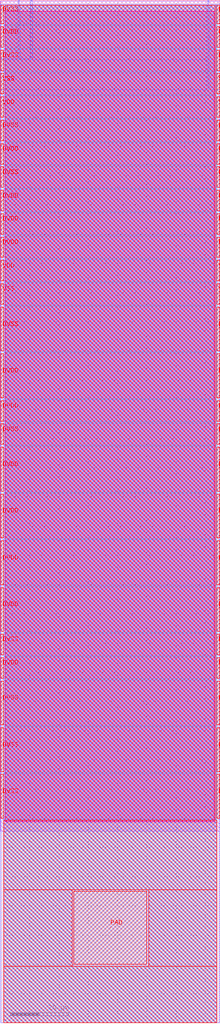
<source format=lef>
VERSION 5.7 ;
  NOWIREEXTENSIONATPIN ON ;
  DIVIDERCHAR "/" ;
  BUSBITCHARS "[]" ;
MACRO gf180mcu_fd_io__in_c
  CLASS PAD INPUT ;
  FOREIGN gf180mcu_fd_io__in_c ;
  ORIGIN 0.000 0.000 ;
  SIZE 75.000 BY 350.000 ;
  SYMMETRY X Y R90 ;
  SITE GF_IO_Site ;
  PIN DVDD
    DIRECTION INOUT ;
    USE POWER ;
    PORT
      LAYER Metal5 ;
        RECT 74.000 118.000 75.000 125.000 ;
    END
    PORT
      LAYER Metal5 ;
        RECT 74.000 182.000 75.000 197.000 ;
    END
    PORT
      LAYER Metal5 ;
        RECT 74.000 166.000 75.000 181.000 ;
    END
    PORT
      LAYER Metal5 ;
        RECT 74.000 150.000 75.000 165.000 ;
    END
    PORT
      LAYER Metal5 ;
        RECT 74.000 134.000 75.000 149.000 ;
    END
    PORT
      LAYER Metal5 ;
        RECT 74.000 214.000 75.000 229.000 ;
    END
    PORT
      LAYER Metal5 ;
        RECT 74.000 206.000 75.000 213.000 ;
    END
    PORT
      LAYER Metal5 ;
        RECT 74.000 278.000 75.000 285.000 ;
    END
    PORT
      LAYER Metal5 ;
        RECT 74.000 270.000 75.000 277.000 ;
    END
    PORT
      LAYER Metal5 ;
        RECT 74.000 262.000 75.000 269.000 ;
    END
    PORT
      LAYER Metal5 ;
        RECT 74.000 294.000 75.000 301.000 ;
    END
    PORT
      LAYER Metal5 ;
        RECT 74.000 334.000 75.000 341.000 ;
    END
    PORT
      LAYER Metal4 ;
        RECT 74.000 118.000 75.000 125.000 ;
    END
    PORT
      LAYER Metal4 ;
        RECT 74.000 182.000 75.000 197.000 ;
    END
    PORT
      LAYER Metal4 ;
        RECT 74.000 166.000 75.000 181.000 ;
    END
    PORT
      LAYER Metal4 ;
        RECT 74.000 150.000 75.000 165.000 ;
    END
    PORT
      LAYER Metal4 ;
        RECT 74.000 134.000 75.000 149.000 ;
    END
    PORT
      LAYER Metal4 ;
        RECT 74.000 214.000 75.000 229.000 ;
    END
    PORT
      LAYER Metal4 ;
        RECT 74.000 206.000 75.000 213.000 ;
    END
    PORT
      LAYER Metal4 ;
        RECT 74.000 278.000 75.000 285.000 ;
    END
    PORT
      LAYER Metal4 ;
        RECT 74.000 270.000 75.000 277.000 ;
    END
    PORT
      LAYER Metal4 ;
        RECT 74.000 262.000 75.000 269.000 ;
    END
    PORT
      LAYER Metal4 ;
        RECT 74.000 294.000 75.000 301.000 ;
    END
    PORT
      LAYER Metal4 ;
        RECT 74.000 334.000 75.000 341.000 ;
    END
    PORT
      LAYER Metal3 ;
        RECT 74.000 118.000 75.000 125.000 ;
    END
    PORT
      LAYER Metal3 ;
        RECT 74.000 182.000 75.000 197.000 ;
    END
    PORT
      LAYER Metal3 ;
        RECT 74.000 166.000 75.000 181.000 ;
    END
    PORT
      LAYER Metal3 ;
        RECT 74.000 150.000 75.000 165.000 ;
    END
    PORT
      LAYER Metal3 ;
        RECT 74.000 134.000 75.000 149.000 ;
    END
    PORT
      LAYER Metal3 ;
        RECT 74.000 214.000 75.000 229.000 ;
    END
    PORT
      LAYER Metal3 ;
        RECT 74.000 206.000 75.000 213.000 ;
    END
    PORT
      LAYER Metal3 ;
        RECT 74.000 278.000 75.000 285.000 ;
    END
    PORT
      LAYER Metal3 ;
        RECT 74.000 270.000 75.000 277.000 ;
    END
    PORT
      LAYER Metal3 ;
        RECT 74.000 262.000 75.000 269.000 ;
    END
    PORT
      LAYER Metal3 ;
        RECT 74.000 294.000 75.000 301.000 ;
    END
    PORT
      LAYER Metal3 ;
        RECT 74.000 334.000 75.000 341.000 ;
    END
    PORT
      LAYER Metal3 ;
        RECT 0.000 334.000 1.000 341.000 ;
    END
    PORT
      LAYER Metal3 ;
        RECT 0.000 294.000 1.000 301.000 ;
    END
    PORT
      LAYER Metal3 ;
        RECT 0.000 262.000 1.000 269.000 ;
    END
    PORT
      LAYER Metal3 ;
        RECT 0.000 270.000 1.000 277.000 ;
    END
    PORT
      LAYER Metal3 ;
        RECT 0.000 278.000 1.000 285.000 ;
    END
    PORT
      LAYER Metal3 ;
        RECT 0.000 206.000 1.000 213.000 ;
    END
    PORT
      LAYER Metal3 ;
        RECT 0.000 214.000 1.000 229.000 ;
    END
    PORT
      LAYER Metal3 ;
        RECT 0.000 134.000 1.000 149.000 ;
    END
    PORT
      LAYER Metal3 ;
        RECT 0.000 150.000 1.000 165.000 ;
    END
    PORT
      LAYER Metal3 ;
        RECT 0.000 166.000 1.000 181.000 ;
    END
    PORT
      LAYER Metal3 ;
        RECT 0.000 182.000 1.000 197.000 ;
    END
    PORT
      LAYER Metal4 ;
        RECT 0.000 334.000 1.000 341.000 ;
    END
    PORT
      LAYER Metal4 ;
        RECT 0.000 294.000 1.000 301.000 ;
    END
    PORT
      LAYER Metal4 ;
        RECT 0.000 262.000 1.000 269.000 ;
    END
    PORT
      LAYER Metal4 ;
        RECT 0.000 270.000 1.000 277.000 ;
    END
    PORT
      LAYER Metal4 ;
        RECT 0.000 278.000 1.000 285.000 ;
    END
    PORT
      LAYER Metal4 ;
        RECT 0.000 206.000 1.000 213.000 ;
    END
    PORT
      LAYER Metal4 ;
        RECT 0.000 214.000 1.000 229.000 ;
    END
    PORT
      LAYER Metal4 ;
        RECT 0.000 134.000 1.000 149.000 ;
    END
    PORT
      LAYER Metal4 ;
        RECT 0.000 150.000 1.000 165.000 ;
    END
    PORT
      LAYER Metal4 ;
        RECT 0.000 166.000 1.000 181.000 ;
    END
    PORT
      LAYER Metal4 ;
        RECT 0.000 182.000 1.000 197.000 ;
    END
    PORT
      LAYER Metal5 ;
        RECT 0.000 334.000 1.000 341.000 ;
    END
    PORT
      LAYER Metal5 ;
        RECT 0.000 294.000 1.000 301.000 ;
    END
    PORT
      LAYER Metal5 ;
        RECT 0.000 262.000 1.000 269.000 ;
    END
    PORT
      LAYER Metal5 ;
        RECT 0.000 270.000 1.000 277.000 ;
    END
    PORT
      LAYER Metal5 ;
        RECT 0.000 278.000 1.000 285.000 ;
    END
    PORT
      LAYER Metal5 ;
        RECT 0.000 206.000 1.000 213.000 ;
    END
    PORT
      LAYER Metal5 ;
        RECT 0.000 214.000 1.000 229.000 ;
    END
    PORT
      LAYER Metal5 ;
        RECT 0.000 134.000 1.000 149.000 ;
    END
    PORT
      LAYER Metal5 ;
        RECT 0.000 150.000 1.000 165.000 ;
    END
    PORT
      LAYER Metal5 ;
        RECT 0.000 166.000 1.000 181.000 ;
    END
    PORT
      LAYER Metal5 ;
        RECT 0.000 182.000 1.000 197.000 ;
    END
    PORT
      LAYER Metal5 ;
        RECT 0.000 118.000 1.000 125.000 ;
    END
    PORT
      LAYER Metal4 ;
        RECT 0.000 118.000 1.000 125.000 ;
    END
    PORT
      LAYER Metal3 ;
        RECT 0.000 118.000 1.000 125.000 ;
    END
  END DVDD
  PIN DVSS
    DIRECTION INOUT ;
    USE GROUND ;
    PORT
      LAYER Metal5 ;
        RECT 74.000 102.000 75.000 117.000 ;
    END
    PORT
      LAYER Metal5 ;
        RECT 74.000 86.000 75.000 101.000 ;
    END
    PORT
      LAYER Metal5 ;
        RECT 74.000 70.000 75.000 85.000 ;
    END
    PORT
      LAYER Metal5 ;
        RECT 74.000 126.000 75.000 133.000 ;
    END
    PORT
      LAYER Metal5 ;
        RECT 74.000 198.000 75.000 205.000 ;
    END
    PORT
      LAYER Metal5 ;
        RECT 74.000 230.000 75.000 245.000 ;
    END
    PORT
      LAYER Metal5 ;
        RECT 74.000 286.000 75.000 293.000 ;
    END
    PORT
      LAYER Metal5 ;
        RECT 74.000 302.000 75.000 309.000 ;
    END
    PORT
      LAYER Metal5 ;
        RECT 74.000 326.000 75.000 333.000 ;
    END
    PORT
      LAYER Metal5 ;
        RECT 74.000 342.000 75.000 348.390 ;
    END
    PORT
      LAYER Metal4 ;
        RECT 74.000 102.000 75.000 117.000 ;
    END
    PORT
      LAYER Metal4 ;
        RECT 74.000 86.000 75.000 101.000 ;
    END
    PORT
      LAYER Metal4 ;
        RECT 74.000 70.000 75.000 85.000 ;
    END
    PORT
      LAYER Metal4 ;
        RECT 74.000 126.000 75.000 133.000 ;
    END
    PORT
      LAYER Metal4 ;
        RECT 74.000 198.000 75.000 205.000 ;
    END
    PORT
      LAYER Metal4 ;
        RECT 74.000 230.000 75.000 245.000 ;
    END
    PORT
      LAYER Metal4 ;
        RECT 74.000 286.000 75.000 293.000 ;
    END
    PORT
      LAYER Metal4 ;
        RECT 74.000 302.000 75.000 309.000 ;
    END
    PORT
      LAYER Metal4 ;
        RECT 74.000 326.000 75.000 333.000 ;
    END
    PORT
      LAYER Metal4 ;
        RECT 74.000 342.000 75.000 348.390 ;
    END
    PORT
      LAYER Metal3 ;
        RECT 74.000 102.000 75.000 117.000 ;
    END
    PORT
      LAYER Metal3 ;
        RECT 74.000 86.000 75.000 101.000 ;
    END
    PORT
      LAYER Metal3 ;
        RECT 74.000 70.000 75.000 85.000 ;
    END
    PORT
      LAYER Metal3 ;
        RECT 74.000 126.000 75.000 133.000 ;
    END
    PORT
      LAYER Metal3 ;
        RECT 74.000 198.000 75.000 205.000 ;
    END
    PORT
      LAYER Metal3 ;
        RECT 74.000 230.000 75.000 245.000 ;
    END
    PORT
      LAYER Metal3 ;
        RECT 74.000 286.000 75.000 293.000 ;
    END
    PORT
      LAYER Metal3 ;
        RECT 74.000 302.000 75.000 309.000 ;
    END
    PORT
      LAYER Metal3 ;
        RECT 74.000 326.000 75.000 333.000 ;
    END
    PORT
      LAYER Metal3 ;
        RECT 74.000 342.000 75.000 348.390 ;
    END
    PORT
      LAYER Metal3 ;
        RECT 0.000 342.000 1.000 348.390 ;
    END
    PORT
      LAYER Metal3 ;
        RECT 0.000 326.000 1.000 333.000 ;
    END
    PORT
      LAYER Metal3 ;
        RECT 0.000 302.000 1.000 309.000 ;
    END
    PORT
      LAYER Metal3 ;
        RECT 0.000 286.000 1.000 293.000 ;
    END
    PORT
      LAYER Metal3 ;
        RECT 0.000 230.000 1.000 245.000 ;
    END
    PORT
      LAYER Metal3 ;
        RECT 0.000 198.000 1.000 205.000 ;
    END
    PORT
      LAYER Metal3 ;
        RECT 0.000 126.000 1.000 133.000 ;
    END
    PORT
      LAYER Metal3 ;
        RECT 0.000 70.000 1.000 85.000 ;
    END
    PORT
      LAYER Metal3 ;
        RECT 0.000 86.000 1.000 101.000 ;
    END
    PORT
      LAYER Metal4 ;
        RECT 0.000 342.000 1.000 348.390 ;
    END
    PORT
      LAYER Metal4 ;
        RECT 0.000 326.000 1.000 333.000 ;
    END
    PORT
      LAYER Metal4 ;
        RECT 0.000 302.000 1.000 309.000 ;
    END
    PORT
      LAYER Metal4 ;
        RECT 0.000 286.000 1.000 293.000 ;
    END
    PORT
      LAYER Metal4 ;
        RECT 0.000 230.000 1.000 245.000 ;
    END
    PORT
      LAYER Metal4 ;
        RECT 0.000 198.000 1.000 205.000 ;
    END
    PORT
      LAYER Metal4 ;
        RECT 0.000 126.000 1.000 133.000 ;
    END
    PORT
      LAYER Metal4 ;
        RECT 0.000 70.000 1.000 85.000 ;
    END
    PORT
      LAYER Metal4 ;
        RECT 0.000 86.000 1.000 101.000 ;
    END
    PORT
      LAYER Metal5 ;
        RECT 0.000 342.000 1.000 348.390 ;
    END
    PORT
      LAYER Metal5 ;
        RECT 0.000 326.000 1.000 333.000 ;
    END
    PORT
      LAYER Metal5 ;
        RECT 0.000 302.000 1.000 309.000 ;
    END
    PORT
      LAYER Metal5 ;
        RECT 0.000 286.000 1.000 293.000 ;
    END
    PORT
      LAYER Metal5 ;
        RECT 0.000 230.000 1.000 245.000 ;
    END
    PORT
      LAYER Metal5 ;
        RECT 0.000 198.000 1.000 205.000 ;
    END
    PORT
      LAYER Metal5 ;
        RECT 0.000 126.000 1.000 133.000 ;
    END
    PORT
      LAYER Metal5 ;
        RECT 0.000 70.000 1.000 85.000 ;
    END
    PORT
      LAYER Metal5 ;
        RECT 0.000 86.000 1.000 101.000 ;
    END
    PORT
      LAYER Metal5 ;
        RECT 0.000 102.000 1.000 117.000 ;
    END
    PORT
      LAYER Metal4 ;
        RECT 0.000 102.000 1.000 117.000 ;
    END
    PORT
      LAYER Metal3 ;
        RECT 0.000 102.000 1.000 117.000 ;
    END
  END DVSS
  PIN PAD
    DIRECTION INPUT ;
    USE SIGNAL ;
    ANTENNADIFFAREA 258.720001 ;
    PORT
      LAYER Metal5 ;
        RECT 25.000 20.000 50.000 45.000 ;
    END
  END PAD
  PIN PD
    DIRECTION INPUT ;
    USE SIGNAL ;
    ANTENNAGATEAREA 10.500000 ;
    ANTENNADIFFAREA 1.000000 ;
    PORT
      LAYER Metal2 ;
        RECT 10.330 329.950 10.710 350.000 ;
    END
  END PD
  PIN PU
    DIRECTION INPUT ;
    USE SIGNAL ;
    ANTENNAGATEAREA 7.350000 ;
    ANTENNADIFFAREA 2.980000 ;
    PORT
      LAYER Metal2 ;
        RECT 5.965 330.270 6.345 350.000 ;
    END
  END PU
  PIN VDD
    DIRECTION INOUT ;
    USE POWER ;
    PORT
      LAYER Metal5 ;
        RECT 74.000 254.000 75.000 261.000 ;
    END
    PORT
      LAYER Metal5 ;
        RECT 74.000 310.000 75.000 317.000 ;
    END
    PORT
      LAYER Metal4 ;
        RECT 74.000 254.000 75.000 261.000 ;
    END
    PORT
      LAYER Metal4 ;
        RECT 74.000 310.000 75.000 317.000 ;
    END
    PORT
      LAYER Metal3 ;
        RECT 74.000 254.000 75.000 261.000 ;
    END
    PORT
      LAYER Metal3 ;
        RECT 74.000 310.000 75.000 317.000 ;
    END
    PORT
      LAYER Metal3 ;
        RECT 0.000 310.000 1.000 317.000 ;
    END
    PORT
      LAYER Metal4 ;
        RECT 0.000 310.000 1.000 317.000 ;
    END
    PORT
      LAYER Metal5 ;
        RECT 0.000 310.000 1.000 317.000 ;
    END
    PORT
      LAYER Metal5 ;
        RECT 0.000 254.000 1.000 261.000 ;
    END
    PORT
      LAYER Metal4 ;
        RECT 0.000 254.000 1.000 261.000 ;
    END
    PORT
      LAYER Metal3 ;
        RECT 0.000 254.000 1.000 261.000 ;
    END
  END VDD
  PIN VSS
    DIRECTION INOUT ;
    USE GROUND ;
    PORT
      LAYER Metal5 ;
        RECT 74.000 246.000 75.000 253.000 ;
    END
    PORT
      LAYER Metal5 ;
        RECT 74.000 318.000 75.000 325.000 ;
    END
    PORT
      LAYER Metal4 ;
        RECT 74.000 246.000 75.000 253.000 ;
    END
    PORT
      LAYER Metal4 ;
        RECT 74.000 318.000 75.000 325.000 ;
    END
    PORT
      LAYER Metal3 ;
        RECT 74.000 246.000 75.000 253.000 ;
    END
    PORT
      LAYER Metal3 ;
        RECT 74.000 318.000 75.000 325.000 ;
    END
    PORT
      LAYER Metal3 ;
        RECT 0.000 318.000 1.000 325.000 ;
    END
    PORT
      LAYER Metal4 ;
        RECT 0.000 318.000 1.000 325.000 ;
    END
    PORT
      LAYER Metal5 ;
        RECT 0.000 318.000 1.000 325.000 ;
    END
    PORT
      LAYER Metal5 ;
        RECT 0.000 246.000 1.000 253.000 ;
    END
    PORT
      LAYER Metal4 ;
        RECT 0.000 246.000 1.000 253.000 ;
    END
    PORT
      LAYER Metal3 ;
        RECT 0.000 246.000 1.000 253.000 ;
    END
  END VSS
  PIN Y
    DIRECTION OUTPUT ;
    USE SIGNAL ;
    ANTENNADIFFAREA 7.800000 ;
    PORT
      LAYER Metal2 ;
        RECT 70.860 319.750 71.240 350.000 ;
    END
  END Y
  OBS
      LAYER Nwell ;
        RECT 1.610 68.745 73.180 346.385 ;
      LAYER Metal1 ;
        RECT -0.160 65.540 75.160 349.785 ;
      LAYER Metal2 ;
        RECT 0.000 329.970 5.665 348.695 ;
        RECT 6.645 329.970 10.030 348.695 ;
        RECT 0.000 329.650 10.030 329.970 ;
        RECT 11.010 329.650 70.560 348.695 ;
        RECT 0.000 319.450 70.560 329.650 ;
        RECT 71.540 319.450 75.000 348.695 ;
        RECT 0.000 0.000 75.000 319.450 ;
      LAYER Metal3 ;
        RECT 1.300 341.700 73.700 348.390 ;
        RECT 1.000 341.300 74.000 341.700 ;
        RECT 1.300 333.700 73.700 341.300 ;
        RECT 1.000 333.300 74.000 333.700 ;
        RECT 1.300 325.700 73.700 333.300 ;
        RECT 1.000 325.300 74.000 325.700 ;
        RECT 1.300 317.700 73.700 325.300 ;
        RECT 1.000 317.300 74.000 317.700 ;
        RECT 1.300 309.700 73.700 317.300 ;
        RECT 1.000 309.300 74.000 309.700 ;
        RECT 1.300 301.700 73.700 309.300 ;
        RECT 1.000 301.300 74.000 301.700 ;
        RECT 1.300 293.700 73.700 301.300 ;
        RECT 1.000 293.300 74.000 293.700 ;
        RECT 1.300 285.700 73.700 293.300 ;
        RECT 1.000 285.300 74.000 285.700 ;
        RECT 1.300 277.700 73.700 285.300 ;
        RECT 1.000 277.300 74.000 277.700 ;
        RECT 1.300 269.700 73.700 277.300 ;
        RECT 1.000 269.300 74.000 269.700 ;
        RECT 1.300 261.700 73.700 269.300 ;
        RECT 1.000 261.300 74.000 261.700 ;
        RECT 1.300 253.700 73.700 261.300 ;
        RECT 1.000 253.300 74.000 253.700 ;
        RECT 1.300 245.700 73.700 253.300 ;
        RECT 1.000 245.300 74.000 245.700 ;
        RECT 1.300 229.700 73.700 245.300 ;
        RECT 1.000 229.300 74.000 229.700 ;
        RECT 1.300 213.700 73.700 229.300 ;
        RECT 1.000 213.300 74.000 213.700 ;
        RECT 1.300 205.700 73.700 213.300 ;
        RECT 1.000 205.300 74.000 205.700 ;
        RECT 1.300 197.700 73.700 205.300 ;
        RECT 1.000 197.300 74.000 197.700 ;
        RECT 1.300 181.700 73.700 197.300 ;
        RECT 1.000 181.300 74.000 181.700 ;
        RECT 1.300 165.700 73.700 181.300 ;
        RECT 1.000 165.300 74.000 165.700 ;
        RECT 1.300 149.700 73.700 165.300 ;
        RECT 1.000 149.300 74.000 149.700 ;
        RECT 1.300 133.700 73.700 149.300 ;
        RECT 1.000 133.300 74.000 133.700 ;
        RECT 1.300 125.700 73.700 133.300 ;
        RECT 1.000 125.300 74.000 125.700 ;
        RECT 1.300 117.700 73.700 125.300 ;
        RECT 1.000 117.300 74.000 117.700 ;
        RECT 1.300 101.700 73.700 117.300 ;
        RECT 1.000 101.300 74.000 101.700 ;
        RECT 1.300 85.700 73.700 101.300 ;
        RECT 1.000 85.300 74.000 85.700 ;
        RECT 1.300 69.700 73.700 85.300 ;
        RECT 1.000 0.000 74.000 69.700 ;
      LAYER Metal4 ;
        RECT 1.300 341.700 73.700 348.390 ;
        RECT 1.000 341.300 74.000 341.700 ;
        RECT 1.300 333.700 73.700 341.300 ;
        RECT 1.000 333.300 74.000 333.700 ;
        RECT 1.300 325.700 73.700 333.300 ;
        RECT 1.000 325.300 74.000 325.700 ;
        RECT 1.300 317.700 73.700 325.300 ;
        RECT 1.000 317.300 74.000 317.700 ;
        RECT 1.300 309.700 73.700 317.300 ;
        RECT 1.000 309.300 74.000 309.700 ;
        RECT 1.300 301.700 73.700 309.300 ;
        RECT 1.000 301.300 74.000 301.700 ;
        RECT 1.300 293.700 73.700 301.300 ;
        RECT 1.000 293.300 74.000 293.700 ;
        RECT 1.300 285.700 73.700 293.300 ;
        RECT 1.000 285.300 74.000 285.700 ;
        RECT 1.300 277.700 73.700 285.300 ;
        RECT 1.000 277.300 74.000 277.700 ;
        RECT 1.300 269.700 73.700 277.300 ;
        RECT 1.000 269.300 74.000 269.700 ;
        RECT 1.300 261.700 73.700 269.300 ;
        RECT 1.000 261.300 74.000 261.700 ;
        RECT 1.300 253.700 73.700 261.300 ;
        RECT 1.000 253.300 74.000 253.700 ;
        RECT 1.300 245.700 73.700 253.300 ;
        RECT 1.000 245.300 74.000 245.700 ;
        RECT 1.300 229.700 73.700 245.300 ;
        RECT 1.000 229.300 74.000 229.700 ;
        RECT 1.300 213.700 73.700 229.300 ;
        RECT 1.000 213.300 74.000 213.700 ;
        RECT 1.300 205.700 73.700 213.300 ;
        RECT 1.000 205.300 74.000 205.700 ;
        RECT 1.300 197.700 73.700 205.300 ;
        RECT 1.000 197.300 74.000 197.700 ;
        RECT 1.300 181.700 73.700 197.300 ;
        RECT 1.000 181.300 74.000 181.700 ;
        RECT 1.300 165.700 73.700 181.300 ;
        RECT 1.000 165.300 74.000 165.700 ;
        RECT 1.300 149.700 73.700 165.300 ;
        RECT 1.000 149.300 74.000 149.700 ;
        RECT 1.300 133.700 73.700 149.300 ;
        RECT 1.000 133.300 74.000 133.700 ;
        RECT 1.300 125.700 73.700 133.300 ;
        RECT 1.000 125.300 74.000 125.700 ;
        RECT 1.300 117.700 73.700 125.300 ;
        RECT 1.000 117.300 74.000 117.700 ;
        RECT 1.300 101.700 73.700 117.300 ;
        RECT 1.000 101.300 74.000 101.700 ;
        RECT 1.300 85.700 73.700 101.300 ;
        RECT 1.000 85.300 74.000 85.700 ;
        RECT 1.300 69.700 73.700 85.300 ;
        RECT 1.000 0.000 74.000 69.700 ;
      LAYER Metal5 ;
        RECT 1.600 69.400 73.400 348.390 ;
        RECT 1.000 45.600 74.000 69.400 ;
        RECT 1.000 19.400 24.400 45.600 ;
        RECT 50.600 19.400 74.000 45.600 ;
        RECT 1.000 0.000 74.000 19.400 ;
  END
END gf180mcu_fd_io__in_c
END LIBRARY


</source>
